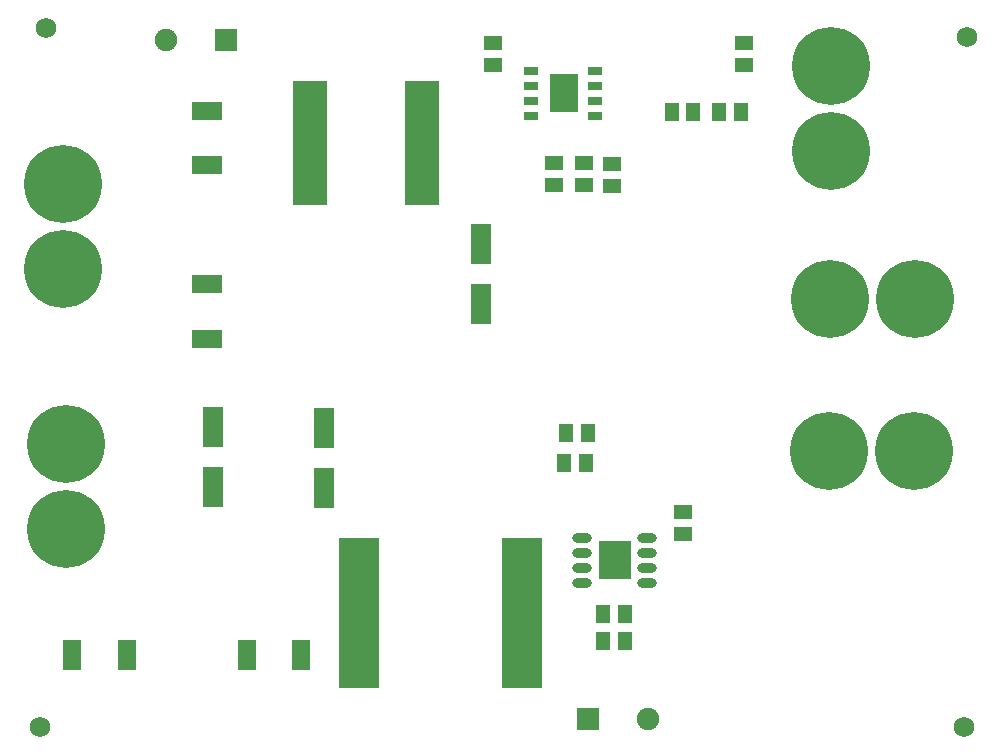
<source format=gts>
G04*
G04 #@! TF.GenerationSoftware,Altium Limited,Altium Designer,20.0.12 (288)*
G04*
G04 Layer_Color=8388736*
%FSLAX25Y25*%
%MOIN*%
G70*
G01*
G75*
%ADD27R,0.05918X0.04934*%
%ADD28R,0.04934X0.05918*%
%ADD29R,0.13202X0.50013*%
%ADD30R,0.11666X0.41430*%
%ADD31R,0.10642X0.12611*%
%ADD32O,0.06509X0.03162*%
%ADD33R,0.05131X0.02769*%
%ADD34R,0.09461X0.13005*%
%ADD35R,0.07099X0.13398*%
%ADD36R,0.04934X0.06312*%
%ADD37R,0.06312X0.04934*%
%ADD38C,0.25997*%
%ADD39R,0.10249X0.06312*%
%ADD40R,0.06312X0.10249*%
%ADD41R,0.07493X0.07493*%
%ADD42C,0.07493*%
%ADD43C,0.06800*%
D27*
X228217Y76858D02*
D03*
Y84142D02*
D03*
X204716Y200142D02*
D03*
Y192858D02*
D03*
X185216Y200500D02*
D03*
Y193217D02*
D03*
D28*
X201716Y41000D02*
D03*
X209000D02*
D03*
X240216Y217500D02*
D03*
X247500D02*
D03*
D29*
X174500Y50500D02*
D03*
X120268D02*
D03*
D30*
X103799Y207000D02*
D03*
X141201D02*
D03*
D31*
X205445Y68000D02*
D03*
D32*
X216173Y60500D02*
D03*
Y65500D02*
D03*
Y70500D02*
D03*
Y75500D02*
D03*
X194717Y60500D02*
D03*
Y65500D02*
D03*
Y70500D02*
D03*
Y75500D02*
D03*
D33*
X177717Y221000D02*
D03*
Y226000D02*
D03*
Y231000D02*
D03*
Y216000D02*
D03*
X198976D02*
D03*
Y231000D02*
D03*
Y226000D02*
D03*
Y221000D02*
D03*
D34*
X188445Y223697D02*
D03*
D35*
X71716Y112500D02*
D03*
Y92421D02*
D03*
X108500Y112079D02*
D03*
Y92000D02*
D03*
X161000Y153421D02*
D03*
Y173500D02*
D03*
D36*
X196500Y110500D02*
D03*
X189216D02*
D03*
X196000Y100500D02*
D03*
X188716D02*
D03*
X208858Y50000D02*
D03*
X201575D02*
D03*
X224433Y217500D02*
D03*
X231716D02*
D03*
D37*
X195217Y200284D02*
D03*
Y193000D02*
D03*
X248500Y233217D02*
D03*
Y240500D02*
D03*
X165000Y240283D02*
D03*
Y233000D02*
D03*
D38*
X277000Y104500D02*
D03*
X305346D02*
D03*
X277500Y204500D02*
D03*
Y232846D02*
D03*
X22500Y78500D02*
D03*
Y106846D02*
D03*
X21500Y165000D02*
D03*
Y193347D02*
D03*
X277217Y155000D02*
D03*
X305563D02*
D03*
D39*
X69500Y199764D02*
D03*
X69520Y217874D02*
D03*
X69500Y160000D02*
D03*
X69520Y141693D02*
D03*
D40*
X82764Y36500D02*
D03*
X100874Y36480D02*
D03*
X43000Y36500D02*
D03*
X24693Y36480D02*
D03*
D41*
X196500Y15000D02*
D03*
X76000Y241500D02*
D03*
D42*
X216500Y15000D02*
D03*
X56000Y241500D02*
D03*
D43*
X323000Y242500D02*
D03*
X322000Y12500D02*
D03*
X14000D02*
D03*
X16000Y245500D02*
D03*
M02*

</source>
